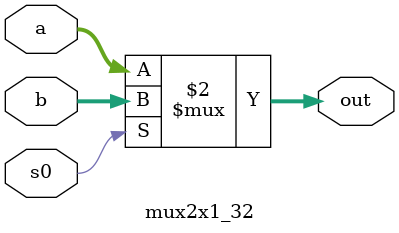
<source format=v>
`timescale 1ns / 1ps


module mux2x1_32(
    input s0,
    input [31:0] a,
    input [31:0] b,
    output [31:0] out
    );
    
    assign out = (s0 == 1'b0) ? a : b;
    
endmodule

</source>
